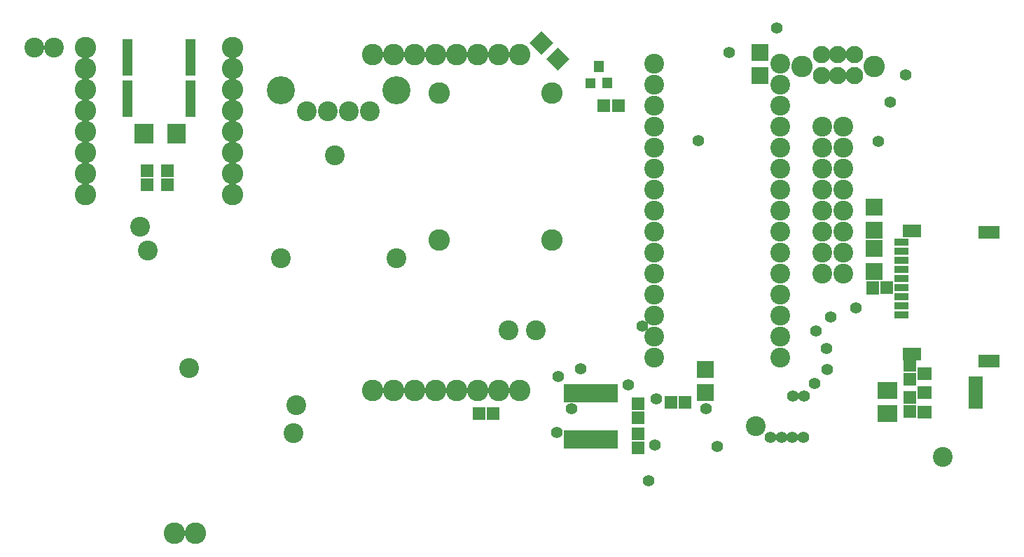
<source format=gbr>
%FSLAX34Y34*%
%MOMM*%
%LNSOLDERMASK_BOTTOM*%
G71*
G01*
%ADD10C, 2.40*%
%ADD11C, 2.60*%
%ADD12C, 3.40*%
%ADD13R, 2.20X1.60*%
%ADD14R, 2.60X1.60*%
%ADD15R, 1.80X0.90*%
%ADD16C, 2.10*%
%ADD17C, 2.60*%
%ADD18R, 1.50X1.60*%
%ADD19R, 1.80X1.60*%
%ADD20R, 1.80X3.90*%
%ADD21R, 1.60X1.50*%
%ADD22R, 2.40X2.00*%
%ADD23R, 2.00X2.00*%
%ADD24R, 1.30X4.40*%
%ADD25C, 1.40*%
%ADD26C, 2.40*%
%ADD27R, 1.20X1.30*%
%ADD28R, 0.80X2.20*%
%ADD29R, 2.30X2.40*%
%LPD*%
X960812Y936885D02*
G54D10*
D03*
X960812Y911485D02*
G54D10*
D03*
X960812Y886085D02*
G54D10*
D03*
X960812Y860685D02*
G54D10*
D03*
X960812Y835285D02*
G54D10*
D03*
X960812Y809885D02*
G54D10*
D03*
X960812Y784485D02*
G54D10*
D03*
X960812Y759085D02*
G54D10*
D03*
X960812Y733685D02*
G54D10*
D03*
X960812Y708285D02*
G54D10*
D03*
X960812Y682885D02*
G54D10*
D03*
X960812Y657485D02*
G54D10*
D03*
X960812Y632085D02*
G54D10*
D03*
X960812Y606685D02*
G54D10*
D03*
X960812Y581285D02*
G54D10*
D03*
X1113212Y936885D02*
G54D10*
D03*
X1113212Y911485D02*
G54D10*
D03*
X1113212Y886085D02*
G54D10*
D03*
X1113212Y860685D02*
G54D10*
D03*
X1113212Y835285D02*
G54D10*
D03*
X1113212Y809885D02*
G54D10*
D03*
X1113212Y784485D02*
G54D10*
D03*
X1113212Y759085D02*
G54D10*
D03*
X1113212Y733685D02*
G54D10*
D03*
X1113212Y708285D02*
G54D10*
D03*
X1113212Y682885D02*
G54D10*
D03*
X1113212Y657485D02*
G54D10*
D03*
X1113212Y632085D02*
G54D10*
D03*
X1113212Y606685D02*
G54D10*
D03*
X1113212Y581285D02*
G54D10*
D03*
X700738Y901900D02*
G54D11*
D03*
X700738Y724100D02*
G54D11*
D03*
X837262Y901900D02*
G54D11*
D03*
X837262Y724100D02*
G54D11*
D03*
X649500Y701500D02*
G54D10*
D03*
X649500Y904700D02*
G54D12*
D03*
X509500Y701500D02*
G54D10*
D03*
X509500Y904700D02*
G54D12*
D03*
X541400Y879300D02*
G54D10*
D03*
X566800Y879300D02*
G54D10*
D03*
X592200Y879300D02*
G54D10*
D03*
X617600Y879300D02*
G54D10*
D03*
X1272500Y734500D02*
G54D13*
D03*
X1366000Y577000D02*
G54D14*
D03*
X1272500Y585500D02*
G54D13*
D03*
X1366000Y733000D02*
G54D14*
D03*
X1259500Y655000D02*
G54D15*
D03*
X1259500Y666000D02*
G54D15*
D03*
X1259500Y677000D02*
G54D15*
D03*
X1259500Y688000D02*
G54D15*
D03*
X1259500Y699000D02*
G54D15*
D03*
X1259500Y710000D02*
G54D15*
D03*
X1259500Y721000D02*
G54D15*
D03*
X1259500Y633000D02*
G54D15*
D03*
X1259500Y644000D02*
G54D15*
D03*
X1163112Y947894D02*
G54D16*
D03*
X1163112Y922494D02*
G54D16*
D03*
X1183112Y947894D02*
G54D16*
D03*
X1183112Y922494D02*
G54D16*
D03*
X1203112Y947894D02*
G54D16*
D03*
X1203112Y922494D02*
G54D16*
D03*
X1139612Y934194D02*
G54D17*
D03*
X1226612Y934194D02*
G54D17*
D03*
X900488Y886085D02*
G54D18*
D03*
X917488Y886085D02*
G54D18*
D03*
X1164012Y860685D02*
G54D10*
D03*
X1189412Y860685D02*
G54D10*
D03*
X1189412Y835285D02*
G54D10*
D03*
X1164012Y835285D02*
G54D10*
D03*
X1164012Y809885D02*
G54D10*
D03*
X1189412Y809885D02*
G54D10*
D03*
X1189412Y784485D02*
G54D10*
D03*
X1164012Y759085D02*
G54D10*
D03*
X1164012Y784485D02*
G54D10*
D03*
X1189412Y759085D02*
G54D10*
D03*
X1164012Y733685D02*
G54D10*
D03*
X1189412Y733685D02*
G54D10*
D03*
X1189412Y708285D02*
G54D10*
D03*
X1164012Y708285D02*
G54D10*
D03*
X1189412Y682885D02*
G54D10*
D03*
X1164012Y682885D02*
G54D10*
D03*
X1287684Y515934D02*
G54D19*
D03*
X1287684Y538934D02*
G54D19*
D03*
X1287684Y561934D02*
G54D19*
D03*
X1349684Y538934D02*
G54D20*
D03*
X1270500Y572500D02*
G54D21*
D03*
X1270500Y555500D02*
G54D21*
D03*
X1270500Y533500D02*
G54D21*
D03*
X1270500Y516500D02*
G54D21*
D03*
G36*
X1218000Y674000D02*
X1233000Y674000D01*
X1233000Y658000D01*
X1218000Y658000D01*
X1218000Y674000D01*
G37*
X1242500Y666000D02*
G54D18*
D03*
X1243250Y541750D02*
G54D22*
D03*
X1243250Y513750D02*
G54D22*
D03*
X1088885Y950885D02*
G54D23*
D03*
X1088885Y922885D02*
G54D23*
D03*
X211750Y957100D02*
G54D10*
D03*
X235750Y957100D02*
G54D10*
D03*
X348000Y808000D02*
G54D21*
D03*
X348000Y791000D02*
G54D21*
D03*
X324652Y944660D02*
G54D24*
D03*
X324652Y894660D02*
G54D24*
D03*
X400652Y944660D02*
G54D24*
D03*
X400652Y894660D02*
G54D24*
D03*
G36*
X824796Y976728D02*
X838929Y962576D01*
X824777Y948444D01*
X810645Y962596D01*
X824796Y976728D01*
G37*
G36*
X844596Y956929D02*
X858728Y942777D01*
X844576Y928645D01*
X830444Y942797D01*
X844596Y956929D01*
G37*
X381300Y369400D02*
G54D11*
D03*
X406700Y369400D02*
G54D11*
D03*
X373000Y808000D02*
G54D21*
D03*
X373000Y791000D02*
G54D21*
D03*
X1157000Y614000D02*
G54D25*
D03*
X1023000Y567000D02*
G54D23*
D03*
X1023000Y539000D02*
G54D23*
D03*
X1310000Y461000D02*
G54D26*
D03*
X1084000Y499000D02*
G54D26*
D03*
X525000Y490000D02*
G54D26*
D03*
X340000Y740000D02*
G54D26*
D03*
X349000Y711000D02*
G54D26*
D03*
X575000Y826000D02*
G54D26*
D03*
X818000Y615000D02*
G54D26*
D03*
X528000Y524000D02*
G54D26*
D03*
X399000Y569000D02*
G54D26*
D03*
X785000Y615000D02*
G54D26*
D03*
X749590Y514070D02*
G54D18*
D03*
X766590Y514070D02*
G54D18*
D03*
X621100Y947900D02*
G54D11*
D03*
X621100Y541500D02*
G54D11*
D03*
X646500Y947900D02*
G54D11*
D03*
X646500Y541500D02*
G54D11*
D03*
X671900Y947900D02*
G54D11*
D03*
X671900Y541500D02*
G54D11*
D03*
X697300Y947900D02*
G54D11*
D03*
X697300Y541500D02*
G54D11*
D03*
X722700Y947900D02*
G54D11*
D03*
X722700Y541500D02*
G54D11*
D03*
X748100Y947900D02*
G54D11*
D03*
X748100Y541500D02*
G54D11*
D03*
X773500Y947900D02*
G54D11*
D03*
X773500Y541500D02*
G54D11*
D03*
X798900Y947900D02*
G54D11*
D03*
X798900Y541500D02*
G54D11*
D03*
X451550Y779300D02*
G54D11*
D03*
X451550Y804700D02*
G54D11*
D03*
X451550Y830100D02*
G54D11*
D03*
X451550Y855500D02*
G54D11*
D03*
X451550Y880900D02*
G54D11*
D03*
X451550Y906300D02*
G54D11*
D03*
X451550Y931700D02*
G54D11*
D03*
X451550Y957100D02*
G54D11*
D03*
X273750Y779300D02*
G54D11*
D03*
X273750Y804700D02*
G54D11*
D03*
X273750Y830100D02*
G54D11*
D03*
X273750Y855500D02*
G54D11*
D03*
X273750Y880900D02*
G54D11*
D03*
X273750Y906300D02*
G54D11*
D03*
X273750Y931700D02*
G54D11*
D03*
X273750Y957100D02*
G54D11*
D03*
X273750Y957100D02*
G54D11*
D03*
X884271Y913760D02*
G54D27*
D03*
G36*
X898271Y920260D02*
X910271Y920260D01*
X910271Y907260D01*
X898271Y907260D01*
X898271Y920260D01*
G37*
G36*
X888271Y940260D02*
X900271Y940260D01*
X900271Y927260D01*
X888271Y927260D01*
X888271Y940260D01*
G37*
X1052000Y951000D02*
G54D25*
D03*
X1014000Y844000D02*
G54D25*
D03*
X872000Y568000D02*
G54D25*
D03*
X845000Y559000D02*
G54D25*
D03*
X930000Y549000D02*
G54D25*
D03*
X964000Y532000D02*
G54D25*
D03*
X946812Y620085D02*
G54D25*
D03*
X981168Y527336D02*
G54D18*
D03*
X998168Y527336D02*
G54D18*
D03*
X941867Y489567D02*
G54D21*
D03*
X941867Y472567D02*
G54D21*
D03*
X1102000Y485000D02*
G54D25*
D03*
X1115000Y485000D02*
G54D25*
D03*
X1128000Y485000D02*
G54D25*
D03*
X1141000Y485000D02*
G54D25*
D03*
X1129000Y535000D02*
G54D25*
D03*
X1142000Y535000D02*
G54D25*
D03*
X1155000Y550000D02*
G54D25*
D03*
X1174000Y631000D02*
G54D25*
D03*
X1170000Y567000D02*
G54D25*
D03*
X1169000Y593000D02*
G54D25*
D03*
X855367Y538567D02*
G54D28*
D03*
X861867Y538567D02*
G54D28*
D03*
X868367Y538567D02*
G54D28*
D03*
X874867Y538567D02*
G54D28*
D03*
X881367Y538567D02*
G54D28*
D03*
X887867Y538567D02*
G54D28*
D03*
X894367Y538567D02*
G54D28*
D03*
X900867Y538567D02*
G54D28*
D03*
X907367Y538567D02*
G54D28*
D03*
X913867Y538567D02*
G54D28*
D03*
X855367Y482567D02*
G54D28*
D03*
X861867Y482567D02*
G54D28*
D03*
X868367Y482567D02*
G54D28*
D03*
X874867Y482567D02*
G54D28*
D03*
X881367Y482567D02*
G54D28*
D03*
X887867Y482567D02*
G54D28*
D03*
X894367Y482567D02*
G54D28*
D03*
X900867Y482567D02*
G54D28*
D03*
X907367Y482567D02*
G54D28*
D03*
X913867Y482567D02*
G54D28*
D03*
X962000Y476000D02*
G54D25*
D03*
X861000Y520000D02*
G54D25*
D03*
X843000Y491000D02*
G54D25*
D03*
X954000Y433000D02*
G54D25*
D03*
X1037000Y474000D02*
G54D25*
D03*
X1024000Y520000D02*
G54D25*
D03*
X941867Y525567D02*
G54D21*
D03*
X941867Y508567D02*
G54D21*
D03*
X1227000Y714000D02*
G54D23*
D03*
X1227000Y686000D02*
G54D23*
D03*
X1227000Y764000D02*
G54D23*
D03*
X1227000Y736000D02*
G54D23*
D03*
X1232000Y843000D02*
G54D25*
D03*
X1246000Y891000D02*
G54D25*
D03*
X1265000Y924000D02*
G54D25*
D03*
X1109000Y980000D02*
G54D25*
D03*
X1205000Y642000D02*
G54D25*
D03*
G36*
X332850Y864350D02*
X355850Y864350D01*
X355850Y840350D01*
X332850Y840350D01*
X332850Y864350D01*
G37*
X383650Y852350D02*
G54D29*
D03*
M02*

</source>
